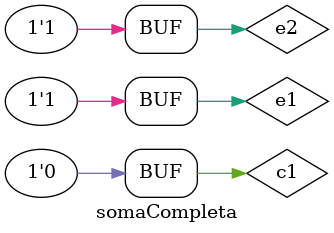
<source format=v>

module meiaSomaNand(sResp1, sResp2, e1, e2);

output sResp1, sResp2;
input e1, e2;
wire stemp1, stemp2, stemp3, stemp4, sTemp5, sTemp6, sTemp7;

nand NAND1(sTemp1, e1, e2);
nand NAND2(sTemp2, sTemp1, e1);
nand NAND3(sTemp3, sTemp1, e2);
nand NAND4(sResp2, sTemp2, sTemp3);

nand NAND5(sTemp4, e1, e2);
nand NAND6(sTemp5, sTemp4, sTemp4);
nand NAND7(sTemp6, sTemp5, sTemp5);
nand NAND8(sTemp7, sTemp5, sTemp5);
nand NAND9(sResp1, sTemp6, sTemp7);


endmodule

module somaCompleta;
reg e1, e2, c1;
wire stemp1, stemp2, stemp3, sResp1, sResp2;

meiaSomaNand msNAND1(stemp1, stemp2, e1, e2);
meiaSomaNand msNAND2(sResp1, stemp3, stemp1, c1);
or OR1(sResp2, stemp3, stemp2);


initial begin: start
	e1 = 0;
	e2 = 0;
	
	c1 = 0;     // FALTOU DETERMINAR O VALOR INICIAL DO carry_in
end

initial begin: main
	$display("Guia 04 - Exemplo 02");
      $display("Somador Completo - NAND+OR");
		$display("e1 + e2 = S1|S2");
		$monitor("(%b + %b) = %b   %b", e1, e2, sResp1, sResp2);
		
		#1 e1 = 0; e2 = 1;
		#1 e1 = 1; e2 = 0;
		#1 e1 = 1; e2 = 1;
		
end

endmodule

//---NÂO CONSEGUI FAZER FUNCIONAR CORRETAMENTE!
//---Guia 04 - Exemplo 02
//---Somador Completo - NAND+OR
//---e1 + e2 = S1|S2
//---(0 + 0) = 0   x
//---(0 + 1) = 0   1
//---(1 + 0) = 0   1
//---(1 + 1) = x   x

</source>
